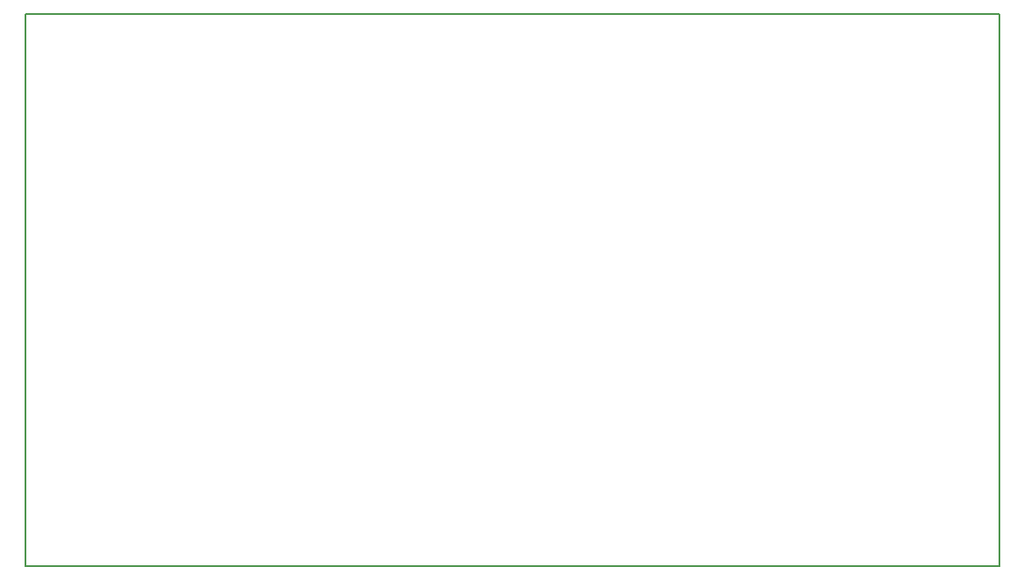
<source format=gbr>
G04 #@! TF.FileFunction,Profile,NP*
%FSLAX46Y46*%
G04 Gerber Fmt 4.6, Leading zero omitted, Abs format (unit mm)*
G04 Created by KiCad (PCBNEW 4.0.6) date 07/14/17 14:36:20*
%MOMM*%
%LPD*%
G01*
G04 APERTURE LIST*
%ADD10C,0.100000*%
%ADD11C,0.150000*%
G04 APERTURE END LIST*
D10*
D11*
X119380000Y-73660000D02*
X121920000Y-73660000D01*
X119380000Y-20320000D02*
X121920000Y-20320000D01*
X27940000Y-73660000D02*
X27940000Y-20320000D01*
X119380000Y-73660000D02*
X27940000Y-73660000D01*
X121920000Y-20320000D02*
X121920000Y-73660000D01*
X27940000Y-20320000D02*
X119380000Y-20320000D01*
M02*

</source>
